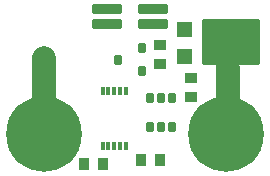
<source format=gbr>
%TF.GenerationSoftware,KiCad,Pcbnew,(6.0.1)*%
%TF.CreationDate,2022-07-18T16:03:54+08:00*%
%TF.ProjectId,HighSideSwitch,48696768-5369-4646-9553-77697463682e,rev?*%
%TF.SameCoordinates,Original*%
%TF.FileFunction,Soldermask,Bot*%
%TF.FilePolarity,Negative*%
%FSLAX46Y46*%
G04 Gerber Fmt 4.6, Leading zero omitted, Abs format (unit mm)*
G04 Created by KiCad (PCBNEW (6.0.1)) date 2022-07-18 16:03:54*
%MOMM*%
%LPD*%
G01*
G04 APERTURE LIST*
G04 Aperture macros list*
%AMRoundRect*
0 Rectangle with rounded corners*
0 $1 Rounding radius*
0 $2 $3 $4 $5 $6 $7 $8 $9 X,Y pos of 4 corners*
0 Add a 4 corners polygon primitive as box body*
4,1,4,$2,$3,$4,$5,$6,$7,$8,$9,$2,$3,0*
0 Add four circle primitives for the rounded corners*
1,1,$1+$1,$2,$3*
1,1,$1+$1,$4,$5*
1,1,$1+$1,$6,$7*
1,1,$1+$1,$8,$9*
0 Add four rect primitives between the rounded corners*
20,1,$1+$1,$2,$3,$4,$5,0*
20,1,$1+$1,$4,$5,$6,$7,0*
20,1,$1+$1,$6,$7,$8,$9,0*
20,1,$1+$1,$8,$9,$2,$3,0*%
G04 Aperture macros list end*
%ADD10C,2.000000*%
%ADD11C,0.100000*%
%ADD12C,6.400000*%
%ADD13C,0.800000*%
%ADD14RoundRect,0.090000X-0.460000X-0.360000X0.460000X-0.360000X0.460000X0.360000X-0.460000X0.360000X0*%
%ADD15RoundRect,0.065000X-0.135000X0.310000X-0.135000X-0.310000X0.135000X-0.310000X0.135000X0.310000X0*%
%ADD16RoundRect,0.126000X2.324000X1.824000X-2.324000X1.824000X-2.324000X-1.824000X2.324000X-1.824000X0*%
%ADD17RoundRect,0.050000X-1.200000X-0.370000X1.200000X-0.370000X1.200000X0.370000X-1.200000X0.370000X0*%
%ADD18RoundRect,0.080000X-0.270000X0.320000X-0.270000X-0.320000X0.270000X-0.320000X0.270000X0.320000X0*%
%ADD19RoundRect,0.090000X0.360000X-0.460000X0.360000X0.460000X-0.360000X0.460000X-0.360000X-0.460000X0*%
%ADD20RoundRect,0.090000X-0.360000X0.460000X-0.360000X-0.460000X0.360000X-0.460000X0.360000X0.460000X0*%
%ADD21RoundRect,0.077500X-0.247500X0.322500X-0.247500X-0.322500X0.247500X-0.322500X0.247500X0.322500X0*%
G04 APERTURE END LIST*
D10*
X195117200Y-85725000D02*
X195117200Y-90551000D01*
X179521600Y-84912200D02*
X179521600Y-89738200D01*
D11*
%TO.C,D1*%
X190759200Y-83016000D02*
X191959200Y-83016000D01*
X191959200Y-83016000D02*
X191959200Y-81816000D01*
X191959200Y-81816000D02*
X190759200Y-81816000D01*
X190759200Y-81816000D02*
X190759200Y-83016000D01*
G36*
X190759200Y-83016000D02*
G01*
X191959200Y-83016000D01*
X191959200Y-81816000D01*
X190759200Y-81816000D01*
X190759200Y-83016000D01*
G37*
X191959200Y-85316000D02*
X190759200Y-85316000D01*
X190759200Y-85316000D02*
X190759200Y-84116000D01*
X190759200Y-84116000D02*
X191959200Y-84116000D01*
X191959200Y-84116000D02*
X191959200Y-85316000D01*
G36*
X191959200Y-85316000D02*
G01*
X190759200Y-85316000D01*
X190759200Y-84116000D01*
X191959200Y-84116000D01*
X191959200Y-85316000D01*
G37*
%TD*%
D12*
%TO.C,H2*%
X194927344Y-91338256D03*
D13*
X194927344Y-88938256D03*
X194927344Y-93738256D03*
X193230288Y-89641200D03*
X193230288Y-93035312D03*
X196624400Y-89641200D03*
X192527344Y-91338256D03*
X196624400Y-93035312D03*
X197327344Y-91338256D03*
%TD*%
%TO.C,H1*%
X181224400Y-93035312D03*
X181224400Y-89641200D03*
X179527344Y-93738256D03*
X179527344Y-88938256D03*
X177830288Y-89641200D03*
X177830288Y-93035312D03*
X181927344Y-91338256D03*
X177127344Y-91338256D03*
D12*
X179527344Y-91338256D03*
%TD*%
D14*
%TO.C,C4*%
X189368800Y-85372800D03*
X189368800Y-83772800D03*
%TD*%
D15*
%TO.C,U1*%
X184465200Y-87717600D03*
X184965200Y-87717600D03*
X185465200Y-87717600D03*
X185965200Y-87717600D03*
X186465200Y-87717600D03*
X186465200Y-92317600D03*
X185965200Y-92317600D03*
X185465200Y-92317600D03*
X184965200Y-92317600D03*
X184465200Y-92317600D03*
%TD*%
D14*
%TO.C,R2*%
X191918800Y-88232800D03*
X191918800Y-86632800D03*
%TD*%
D16*
%TO.C,D1*%
X195359200Y-83566000D03*
%TD*%
D17*
%TO.C,J1*%
X188741600Y-80746200D03*
X184841600Y-80746200D03*
X188741600Y-82016200D03*
X184841600Y-82016200D03*
%TD*%
D18*
%TO.C,Q3*%
X187836000Y-84089200D03*
X187836000Y-85989200D03*
X185736000Y-85039200D03*
%TD*%
D19*
%TO.C,C3*%
X189290400Y-93573600D03*
X187690400Y-93573600D03*
%TD*%
D20*
%TO.C,R4*%
X182888800Y-93842800D03*
X184488800Y-93842800D03*
%TD*%
D21*
%TO.C,U2*%
X190377600Y-90759600D03*
X189427600Y-90759600D03*
X188477600Y-90759600D03*
X188477600Y-88259600D03*
X189427600Y-88259600D03*
X190377600Y-88259600D03*
%TD*%
M02*

</source>
